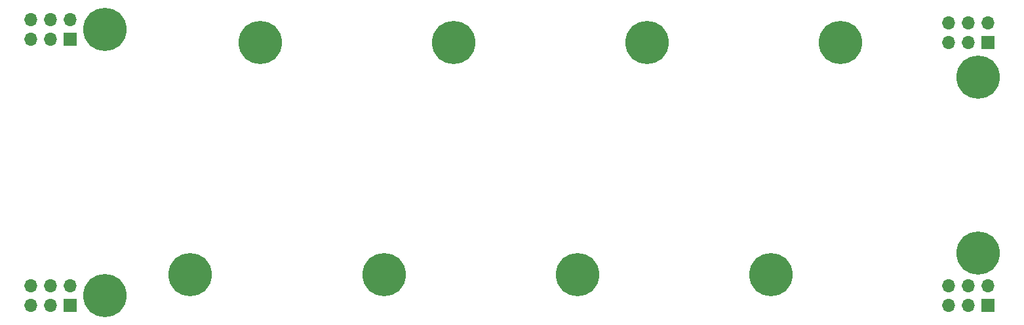
<source format=gbs>
G04 #@! TF.GenerationSoftware,KiCad,Pcbnew,8.0.7-8.0.7-0~ubuntu22.04.1*
G04 #@! TF.CreationDate,2025-03-20T12:44:01-04:00*
G04 #@! TF.ProjectId,trigger,74726967-6765-4722-9e6b-696361645f70,rev?*
G04 #@! TF.SameCoordinates,Original*
G04 #@! TF.FileFunction,Soldermask,Bot*
G04 #@! TF.FilePolarity,Negative*
%FSLAX46Y46*%
G04 Gerber Fmt 4.6, Leading zero omitted, Abs format (unit mm)*
G04 Created by KiCad (PCBNEW 8.0.7-8.0.7-0~ubuntu22.04.1) date 2025-03-20 12:44:01*
%MOMM*%
%LPD*%
G01*
G04 APERTURE LIST*
%ADD10C,5.600000*%
%ADD11O,1.700000X1.700000*%
%ADD12R,1.700000X1.700000*%
G04 APERTURE END LIST*
D10*
X197250000Y-112250000D03*
X197250000Y-89500000D03*
X84500000Y-117750000D03*
X84500000Y-83250000D03*
X170500000Y-115000000D03*
X179500000Y-85000000D03*
X145500000Y-115000000D03*
X154500000Y-85000000D03*
X120500000Y-115000000D03*
X129500000Y-85000000D03*
X95500000Y-115000000D03*
X104500000Y-85000000D03*
D11*
X74920000Y-82000000D03*
X77460000Y-82000000D03*
X80000000Y-82000000D03*
X74920000Y-84540000D03*
X77460000Y-84540000D03*
D12*
X80000000Y-84540000D03*
D11*
X193460000Y-116460000D03*
X196000000Y-116460000D03*
X198540000Y-116460000D03*
X193460000Y-119000000D03*
X196000000Y-119000000D03*
D12*
X198540000Y-119000000D03*
D11*
X193460000Y-82460000D03*
X196000000Y-82460000D03*
X198540000Y-82460000D03*
X193460000Y-85000000D03*
X196000000Y-85000000D03*
D12*
X198540000Y-85000000D03*
D11*
X74920000Y-116460000D03*
X77460000Y-116460000D03*
X80000000Y-116460000D03*
X74920000Y-119000000D03*
X77460000Y-119000000D03*
D12*
X80000000Y-119000000D03*
M02*

</source>
